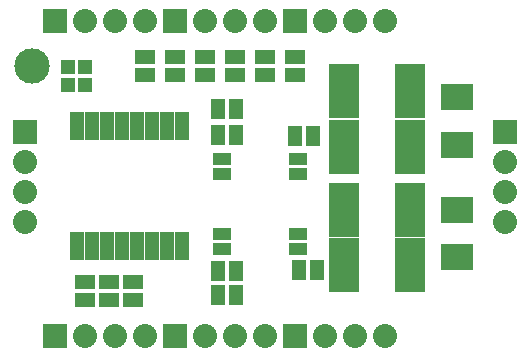
<source format=gts>
G04 #@! TF.FileFunction,Soldermask,Top*
%FSLAX46Y46*%
G04 Gerber Fmt 4.6, Leading zero omitted, Abs format (unit mm)*
G04 Created by KiCad (PCBNEW (2015-01-16 BZR 5376)-product) date 25/06/2015 00:14:29*
%MOMM*%
G01*
G04 APERTURE LIST*
%ADD10C,0.150000*%
%ADD11R,1.143000X2.413000*%
%ADD12R,1.143000X1.651000*%
%ADD13R,1.651000X1.143000*%
%ADD14R,2.032000X2.032000*%
%ADD15C,2.032000*%
%ADD16R,2.707640X2.308860*%
%ADD17R,2.540000X4.572000*%
%ADD18R,1.506220X1.005840*%
%ADD19C,3.000000*%
%ADD20R,1.258000X1.308000*%
G04 APERTURE END LIST*
D10*
D11*
X90805000Y-64770000D03*
X92075000Y-64770000D03*
X93345000Y-64770000D03*
X94615000Y-64770000D03*
X95885000Y-64770000D03*
X97155000Y-64770000D03*
X98425000Y-64770000D03*
X99695000Y-64770000D03*
X99695000Y-54610000D03*
X98425000Y-54610000D03*
X97155000Y-54610000D03*
X95885000Y-54610000D03*
X94615000Y-54610000D03*
X93345000Y-54610000D03*
X92075000Y-54610000D03*
X90805000Y-54610000D03*
D12*
X102743000Y-66929000D03*
X104267000Y-66929000D03*
X104267000Y-68961000D03*
X102743000Y-68961000D03*
X102743000Y-55372000D03*
X104267000Y-55372000D03*
X104267000Y-53213000D03*
X102743000Y-53213000D03*
D13*
X91440000Y-69342000D03*
X91440000Y-67818000D03*
X93472000Y-69342000D03*
X93472000Y-67818000D03*
X95504000Y-69342000D03*
X95504000Y-67818000D03*
X96520000Y-48768000D03*
X96520000Y-50292000D03*
X99060000Y-48768000D03*
X99060000Y-50292000D03*
X101600000Y-48768000D03*
X101600000Y-50292000D03*
X104140000Y-48768000D03*
X104140000Y-50292000D03*
X106680000Y-48768000D03*
X106680000Y-50292000D03*
X109220000Y-48768000D03*
X109220000Y-50292000D03*
D14*
X127000000Y-55118000D03*
D15*
X127000000Y-57658000D03*
X127000000Y-60198000D03*
X127000000Y-62738000D03*
D14*
X109220000Y-45720000D03*
D15*
X111760000Y-45720000D03*
X114300000Y-45720000D03*
X116840000Y-45720000D03*
D14*
X99060000Y-45720000D03*
D15*
X101600000Y-45720000D03*
X104140000Y-45720000D03*
X106680000Y-45720000D03*
D14*
X88900000Y-45720000D03*
D15*
X91440000Y-45720000D03*
X93980000Y-45720000D03*
X96520000Y-45720000D03*
D14*
X109220000Y-72390000D03*
D15*
X111760000Y-72390000D03*
X114300000Y-72390000D03*
X116840000Y-72390000D03*
D14*
X99060000Y-72390000D03*
D15*
X101600000Y-72390000D03*
X104140000Y-72390000D03*
X106680000Y-72390000D03*
D14*
X88900000Y-72390000D03*
D15*
X91440000Y-72390000D03*
X93980000Y-72390000D03*
X96520000Y-72390000D03*
D14*
X86360000Y-55118000D03*
D15*
X86360000Y-57658000D03*
X86360000Y-60198000D03*
X86360000Y-62738000D03*
D16*
X122936000Y-65760600D03*
X122936000Y-61747400D03*
X122936000Y-56235600D03*
X122936000Y-52222400D03*
D17*
X113411000Y-66421000D03*
X118999000Y-66421000D03*
X113411000Y-61722000D03*
X118999000Y-61722000D03*
X113411000Y-51689000D03*
X118999000Y-51689000D03*
X113411000Y-56388000D03*
X118999000Y-56388000D03*
D12*
X111125000Y-66802000D03*
X109601000Y-66802000D03*
X109220000Y-55499000D03*
X110744000Y-55499000D03*
D18*
X109537500Y-58674000D03*
X109537500Y-57404000D03*
X103060500Y-57404000D03*
X103060500Y-58674000D03*
X109537500Y-65024000D03*
X109537500Y-63754000D03*
X103060500Y-63754000D03*
X103060500Y-65024000D03*
D19*
X86995000Y-49530000D03*
D20*
X91440000Y-51169000D03*
X91440000Y-49669000D03*
X90043000Y-51169000D03*
X90043000Y-49669000D03*
M02*

</source>
